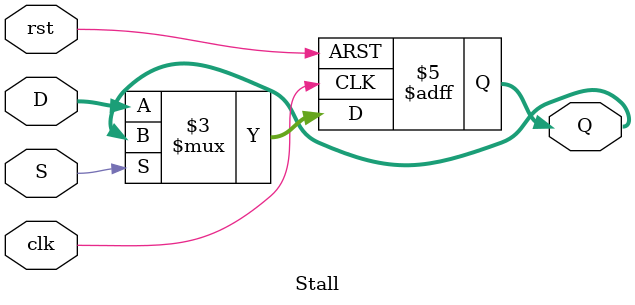
<source format=sv>
`timescale 1ns / 1ps

module Stall #(
        // Parameters
        parameter WIDTH = 8
        )
        (
        // Inputs
        input logic clk, rst,
        input logic [WIDTH-1:0] D,
        input logic S,

        // Outputs
        output logic [WIDTH-1:0] Q
        );

        always_ff @(posedge clk, posedge rst) begin
                if (rst)
                        Q <= 0;
                else if (!S)
                        Q <= D;
        end
endmodule

</source>
